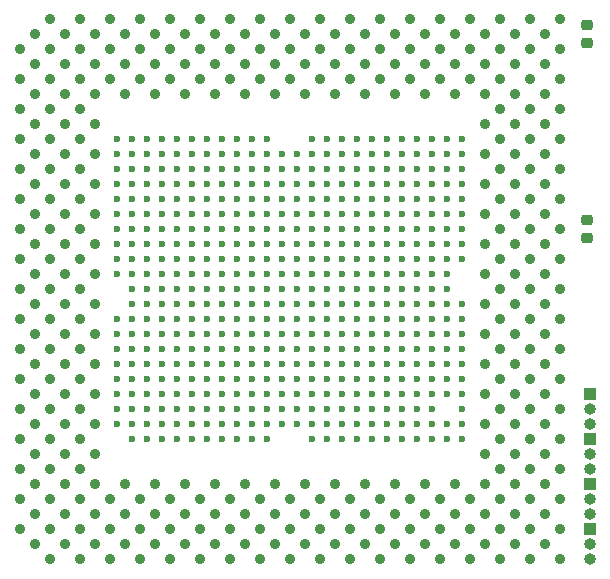
<source format=gbr>
%TF.GenerationSoftware,KiCad,Pcbnew,8.0.2*%
%TF.CreationDate,2024-05-13T17:43:01+03:00*%
%TF.ProjectId,MobileAdapter,4d6f6269-6c65-4416-9461-707465722e6b,rev?*%
%TF.SameCoordinates,Original*%
%TF.FileFunction,Soldermask,Top*%
%TF.FilePolarity,Negative*%
%FSLAX46Y46*%
G04 Gerber Fmt 4.6, Leading zero omitted, Abs format (unit mm)*
G04 Created by KiCad (PCBNEW 8.0.2) date 2024-05-13 17:43:01*
%MOMM*%
%LPD*%
G01*
G04 APERTURE LIST*
G04 Aperture macros list*
%AMRoundRect*
0 Rectangle with rounded corners*
0 $1 Rounding radius*
0 $2 $3 $4 $5 $6 $7 $8 $9 X,Y pos of 4 corners*
0 Add a 4 corners polygon primitive as box body*
4,1,4,$2,$3,$4,$5,$6,$7,$8,$9,$2,$3,0*
0 Add four circle primitives for the rounded corners*
1,1,$1+$1,$2,$3*
1,1,$1+$1,$4,$5*
1,1,$1+$1,$6,$7*
1,1,$1+$1,$8,$9*
0 Add four rect primitives between the rounded corners*
20,1,$1+$1,$2,$3,$4,$5,0*
20,1,$1+$1,$4,$5,$6,$7,0*
20,1,$1+$1,$6,$7,$8,$9,0*
20,1,$1+$1,$8,$9,$2,$3,0*%
G04 Aperture macros list end*
%ADD10RoundRect,0.225000X0.250000X-0.225000X0.250000X0.225000X-0.250000X0.225000X-0.250000X-0.225000X0*%
%ADD11RoundRect,0.225000X-0.250000X0.225000X-0.250000X-0.225000X0.250000X-0.225000X0.250000X0.225000X0*%
%ADD12R,1.000000X1.000000*%
%ADD13O,1.000000X1.000000*%
%ADD14C,0.900000*%
%ADD15C,0.600000*%
G04 APERTURE END LIST*
D10*
%TO.C,R12*%
X138176000Y-69075000D03*
X138176000Y-70625000D03*
%TD*%
D11*
%TO.C,R1*%
X138176000Y-87135000D03*
X138176000Y-85585000D03*
%TD*%
D12*
%TO.C,J4*%
X138430000Y-100330000D03*
D13*
X138430000Y-101600000D03*
X138430000Y-102870000D03*
%TD*%
D12*
%TO.C,J2*%
X138430000Y-107950000D03*
D13*
X138430000Y-109220000D03*
X138430000Y-110490000D03*
%TD*%
D12*
%TO.C,J1*%
X138430000Y-111760000D03*
D13*
X138430000Y-113030000D03*
X138430000Y-114300000D03*
%TD*%
D12*
%TO.C,J3*%
X138430000Y-104140000D03*
D13*
X138430000Y-105410000D03*
X138430000Y-106680000D03*
%TD*%
D14*
%TO.C,PGA1*%
X99060000Y-110490000D03*
X104140000Y-107950000D03*
X99060000Y-107950000D03*
X100330000Y-114300000D03*
X107950000Y-111760000D03*
X101600000Y-107950000D03*
X100330000Y-111760000D03*
X96520000Y-107950000D03*
X101600000Y-110490000D03*
X95250000Y-114300000D03*
X97790000Y-111760000D03*
X106680000Y-110490000D03*
X95250000Y-111760000D03*
X97790000Y-114300000D03*
X90170000Y-104140000D03*
X96520000Y-97790000D03*
X92710000Y-106680000D03*
X92710000Y-101600000D03*
X130810000Y-104140000D03*
X90170000Y-109220000D03*
X92710000Y-104140000D03*
X96520000Y-100330000D03*
X93980000Y-100330000D03*
X96520000Y-105410000D03*
X92710000Y-96520000D03*
X90170000Y-99060000D03*
X96520000Y-110490000D03*
X93980000Y-97790000D03*
X92710000Y-99060000D03*
X93980000Y-102870000D03*
X96520000Y-95250000D03*
X90170000Y-101600000D03*
X92710000Y-93980000D03*
X93980000Y-105410000D03*
X128270000Y-114300000D03*
X119380000Y-110490000D03*
X102870000Y-111760000D03*
X105410000Y-114300000D03*
X135890000Y-93980000D03*
X93980000Y-92710000D03*
X134620000Y-69850000D03*
X106680000Y-107950000D03*
X130810000Y-76200000D03*
X135890000Y-73660000D03*
X133350000Y-71120000D03*
X133350000Y-73660000D03*
X110490000Y-114300000D03*
X125730000Y-114300000D03*
X91440000Y-95250000D03*
X130810000Y-109220000D03*
X128270000Y-109220000D03*
X130810000Y-96520000D03*
X135890000Y-71120000D03*
X90170000Y-93980000D03*
X93980000Y-90170000D03*
X90170000Y-83820000D03*
X96520000Y-82550000D03*
X90170000Y-91440000D03*
X92710000Y-88900000D03*
X96520000Y-90170000D03*
X90170000Y-78740000D03*
X90170000Y-88900000D03*
X96520000Y-85090000D03*
X92710000Y-86360000D03*
X93980000Y-82550000D03*
X90170000Y-86360000D03*
X90170000Y-81280000D03*
X92710000Y-83820000D03*
X92710000Y-91440000D03*
X93980000Y-77470000D03*
X93980000Y-87630000D03*
X93980000Y-85090000D03*
X96520000Y-77470000D03*
X92710000Y-81280000D03*
X90170000Y-76200000D03*
X99060000Y-74930000D03*
X92710000Y-76200000D03*
X96520000Y-80010000D03*
X92710000Y-73660000D03*
X90170000Y-73660000D03*
X104140000Y-74930000D03*
X95250000Y-68580000D03*
X92710000Y-68580000D03*
X92710000Y-78740000D03*
X95250000Y-71120000D03*
X96520000Y-74930000D03*
X90170000Y-71120000D03*
X97790000Y-71120000D03*
X91440000Y-69850000D03*
X100330000Y-71120000D03*
X100330000Y-68580000D03*
X99060000Y-72390000D03*
X101600000Y-72390000D03*
X107950000Y-71120000D03*
X106680000Y-72390000D03*
X104140000Y-72390000D03*
X97790000Y-68580000D03*
X102870000Y-68580000D03*
X102870000Y-71120000D03*
X115570000Y-68580000D03*
X107950000Y-68580000D03*
X110490000Y-68580000D03*
X105410000Y-71120000D03*
X120650000Y-71120000D03*
X105410000Y-68580000D03*
X109220000Y-72390000D03*
X118110000Y-68580000D03*
X115570000Y-71120000D03*
X113030000Y-71120000D03*
X123190000Y-71120000D03*
X113030000Y-68580000D03*
X118110000Y-71120000D03*
X110490000Y-71120000D03*
X120650000Y-68580000D03*
X123190000Y-68580000D03*
X120650000Y-73660000D03*
X109220000Y-74930000D03*
X123190000Y-111760000D03*
X113030000Y-114300000D03*
X130810000Y-71120000D03*
X128270000Y-71120000D03*
X130810000Y-68580000D03*
X128270000Y-68580000D03*
X128270000Y-73660000D03*
X125730000Y-71120000D03*
X125730000Y-73660000D03*
X125730000Y-68580000D03*
X123190000Y-114300000D03*
X90170000Y-106680000D03*
X133350000Y-101600000D03*
X135890000Y-104140000D03*
X120650000Y-111760000D03*
X118110000Y-111760000D03*
X133350000Y-104140000D03*
X135890000Y-106680000D03*
X130810000Y-106680000D03*
X134620000Y-82550000D03*
X135890000Y-81280000D03*
X114300000Y-110490000D03*
X130810000Y-78740000D03*
X133350000Y-78740000D03*
X133350000Y-81280000D03*
X130810000Y-93980000D03*
X130810000Y-91440000D03*
X133350000Y-68580000D03*
X135890000Y-78740000D03*
X121920000Y-110490000D03*
X111760000Y-110490000D03*
X109220000Y-107950000D03*
X111760000Y-107950000D03*
X113030000Y-111760000D03*
X110490000Y-111760000D03*
X93980000Y-107950000D03*
X93980000Y-95250000D03*
X118110000Y-114300000D03*
X121920000Y-107950000D03*
X116840000Y-107950000D03*
X124460000Y-110490000D03*
X135890000Y-101600000D03*
X90170000Y-96520000D03*
X91440000Y-87630000D03*
X91440000Y-113030000D03*
X101600000Y-74930000D03*
X115570000Y-73660000D03*
X127000000Y-110490000D03*
X130810000Y-81280000D03*
X130810000Y-83820000D03*
X130810000Y-86360000D03*
X132080000Y-95250000D03*
X133350000Y-83820000D03*
X133350000Y-86360000D03*
X133350000Y-93980000D03*
X135890000Y-76200000D03*
X135890000Y-83820000D03*
X135890000Y-86360000D03*
X133350000Y-88900000D03*
X123190000Y-73660000D03*
X127000000Y-107950000D03*
X133350000Y-109220000D03*
X133350000Y-106680000D03*
X130810000Y-111760000D03*
X133350000Y-114300000D03*
X135890000Y-114300000D03*
X125730000Y-111760000D03*
X128270000Y-111760000D03*
X124460000Y-107950000D03*
X129540000Y-110490000D03*
X120650000Y-114300000D03*
X130810000Y-114300000D03*
X91440000Y-74930000D03*
X91440000Y-80010000D03*
X91440000Y-85090000D03*
X91440000Y-90170000D03*
X91440000Y-100330000D03*
X91440000Y-105410000D03*
X91440000Y-110490000D03*
X92710000Y-71120000D03*
X93980000Y-74930000D03*
X93980000Y-113030000D03*
X95250000Y-73660000D03*
X95250000Y-78740000D03*
X95250000Y-83820000D03*
X95250000Y-88900000D03*
X95250000Y-93980000D03*
X95250000Y-99060000D03*
X95250000Y-104140000D03*
X95250000Y-109220000D03*
X96520000Y-69850000D03*
X96520000Y-72390000D03*
X99060000Y-113030000D03*
X100330000Y-73660000D03*
X100330000Y-109220000D03*
X101600000Y-69850000D03*
X104140000Y-113030000D03*
X105410000Y-73660000D03*
X105410000Y-109220000D03*
X106680000Y-69850000D03*
X106680000Y-74930000D03*
X109220000Y-113030000D03*
X110490000Y-73660000D03*
X110490000Y-109220000D03*
X111760000Y-69850000D03*
X114300000Y-72390000D03*
X114300000Y-113030000D03*
X115570000Y-109220000D03*
X116840000Y-69850000D03*
X116840000Y-74930000D03*
X119380000Y-72390000D03*
X119380000Y-107950000D03*
X119380000Y-113030000D03*
X120650000Y-109220000D03*
X121920000Y-69850000D03*
X121920000Y-74930000D03*
X124460000Y-72390000D03*
X124460000Y-113030000D03*
X125730000Y-109220000D03*
X127000000Y-69850000D03*
X127000000Y-74930000D03*
X129540000Y-72390000D03*
X129540000Y-77470000D03*
X129540000Y-80010000D03*
X129540000Y-82550000D03*
X129540000Y-87630000D03*
X129540000Y-92710000D03*
X129540000Y-97790000D03*
X129540000Y-102870000D03*
X129540000Y-107950000D03*
X129540000Y-113030000D03*
X132080000Y-69850000D03*
X132080000Y-74930000D03*
X132080000Y-80010000D03*
X132080000Y-85090000D03*
X132080000Y-90170000D03*
X132080000Y-100330000D03*
X132080000Y-105410000D03*
X132080000Y-110490000D03*
X133350000Y-96520000D03*
X134620000Y-72390000D03*
X134620000Y-77470000D03*
X134620000Y-87630000D03*
X134620000Y-92710000D03*
X134620000Y-107950000D03*
X135890000Y-99060000D03*
X134620000Y-102870000D03*
X134620000Y-97790000D03*
X134620000Y-100330000D03*
X133350000Y-111760000D03*
X134620000Y-113030000D03*
X135890000Y-111760000D03*
X135890000Y-109220000D03*
X130810000Y-73660000D03*
X111760000Y-74930000D03*
X93980000Y-80010000D03*
X96520000Y-87630000D03*
X96520000Y-92710000D03*
X96520000Y-102870000D03*
X104140000Y-110490000D03*
X116840000Y-110490000D03*
X90170000Y-111760000D03*
X91440000Y-72390000D03*
X91440000Y-77470000D03*
X91440000Y-82550000D03*
X91440000Y-92710000D03*
X91440000Y-97790000D03*
X91440000Y-102870000D03*
X91440000Y-107950000D03*
X92710000Y-109220000D03*
X92710000Y-111760000D03*
X92710000Y-114300000D03*
X93980000Y-69850000D03*
X93980000Y-72390000D03*
X93980000Y-110490000D03*
X95250000Y-76200000D03*
X95250000Y-81280000D03*
X95250000Y-86360000D03*
X95250000Y-91440000D03*
X95250000Y-96520000D03*
X95250000Y-101600000D03*
X95250000Y-106680000D03*
X96520000Y-113030000D03*
X97790000Y-73660000D03*
X97790000Y-109220000D03*
X99060000Y-69850000D03*
X101600000Y-113030000D03*
X102870000Y-73660000D03*
X102870000Y-109220000D03*
X104140000Y-69850000D03*
X106680000Y-113030000D03*
X107950000Y-73660000D03*
X107950000Y-109220000D03*
X109220000Y-69850000D03*
X111760000Y-72390000D03*
X111760000Y-113030000D03*
X113030000Y-73660000D03*
X113030000Y-109220000D03*
X114300000Y-69850000D03*
X114300000Y-74930000D03*
X116840000Y-72390000D03*
X116840000Y-113030000D03*
X118110000Y-109220000D03*
X119380000Y-69850000D03*
X119380000Y-74930000D03*
X121920000Y-72390000D03*
X121920000Y-113030000D03*
X123190000Y-109220000D03*
X124460000Y-69850000D03*
X124460000Y-74930000D03*
X127000000Y-72390000D03*
X127000000Y-113030000D03*
X129540000Y-69850000D03*
X129540000Y-74930000D03*
X129540000Y-85090000D03*
X129540000Y-90170000D03*
X129540000Y-95250000D03*
X129540000Y-100330000D03*
X129540000Y-105410000D03*
X130810000Y-101600000D03*
X132080000Y-72390000D03*
X132080000Y-77470000D03*
X132080000Y-82550000D03*
X132080000Y-87630000D03*
X132080000Y-92710000D03*
X132080000Y-97790000D03*
X132080000Y-102870000D03*
X132080000Y-107950000D03*
X132080000Y-113030000D03*
X134620000Y-74930000D03*
X134620000Y-80010000D03*
X134620000Y-85090000D03*
X134620000Y-90170000D03*
X134620000Y-95250000D03*
X134620000Y-105410000D03*
X134620000Y-110490000D03*
X135890000Y-68580000D03*
X135890000Y-96520000D03*
X102870000Y-114300000D03*
X105410000Y-111760000D03*
X107950000Y-114300000D03*
X109220000Y-110490000D03*
X114300000Y-107950000D03*
X115570000Y-111760000D03*
X115570000Y-114300000D03*
X118110000Y-73660000D03*
X130810000Y-88900000D03*
X130810000Y-99060000D03*
X133350000Y-76200000D03*
X133350000Y-91440000D03*
X133350000Y-99060000D03*
X135890000Y-88900000D03*
X135890000Y-91440000D03*
%TD*%
D15*
%TO.C,micro-PGA1*%
X111125000Y-101600000D03*
X109855000Y-101600000D03*
X108585000Y-102870000D03*
X111125000Y-100330000D03*
X111125000Y-104140000D03*
X109855000Y-99060000D03*
X109855000Y-104140000D03*
X108585000Y-104140000D03*
X108585000Y-101600000D03*
X109855000Y-100330000D03*
X106045000Y-104140000D03*
X107315000Y-104140000D03*
X103505000Y-100330000D03*
X104775000Y-104140000D03*
X104775000Y-100330000D03*
X104775000Y-102870000D03*
X103505000Y-104140000D03*
X100965000Y-100330000D03*
X127635000Y-92710000D03*
X102235000Y-101600000D03*
X102235000Y-104140000D03*
X103505000Y-102870000D03*
X102235000Y-99060000D03*
X102235000Y-100330000D03*
X100965000Y-101600000D03*
X100965000Y-104140000D03*
X99695000Y-101600000D03*
X98425000Y-101600000D03*
X99695000Y-102870000D03*
X100965000Y-102870000D03*
X98425000Y-100330000D03*
X98425000Y-99060000D03*
X99695000Y-100330000D03*
X100965000Y-99060000D03*
X125095000Y-102870000D03*
X123825000Y-104140000D03*
X125095000Y-104140000D03*
X122555000Y-102870000D03*
X112395000Y-101600000D03*
X103505000Y-97790000D03*
X120015000Y-78740000D03*
X117475000Y-100330000D03*
X123825000Y-78740000D03*
X122555000Y-78740000D03*
X121285000Y-78740000D03*
X121285000Y-81280000D03*
X118745000Y-100330000D03*
X100965000Y-97790000D03*
X123825000Y-90170000D03*
X125095000Y-86360000D03*
X114935000Y-102870000D03*
X123825000Y-93980000D03*
X127635000Y-82550000D03*
X102235000Y-92710000D03*
X102235000Y-91440000D03*
X100965000Y-96520000D03*
X100965000Y-95250000D03*
X99695000Y-93980000D03*
X98425000Y-93980000D03*
X100965000Y-92710000D03*
X99695000Y-91440000D03*
X100965000Y-90170000D03*
X99695000Y-88900000D03*
X98425000Y-87630000D03*
X99695000Y-90170000D03*
X103505000Y-90170000D03*
X99695000Y-85090000D03*
X98425000Y-88900000D03*
X102235000Y-88900000D03*
X102235000Y-86360000D03*
X102235000Y-90170000D03*
X99695000Y-87630000D03*
X103505000Y-87630000D03*
X100965000Y-88900000D03*
X98425000Y-81280000D03*
X99695000Y-83820000D03*
X98425000Y-82550000D03*
X100965000Y-83820000D03*
X102235000Y-83820000D03*
X100965000Y-82550000D03*
X99695000Y-81280000D03*
X102235000Y-82550000D03*
X99695000Y-80010000D03*
X98425000Y-80010000D03*
X99695000Y-78740000D03*
X102235000Y-81280000D03*
X100965000Y-78740000D03*
X103505000Y-82550000D03*
X100965000Y-80010000D03*
X104775000Y-81280000D03*
X102235000Y-80010000D03*
X102235000Y-78740000D03*
X107315000Y-82550000D03*
X104775000Y-82550000D03*
X108585000Y-82550000D03*
X104775000Y-78740000D03*
X103505000Y-80010000D03*
X107315000Y-81280000D03*
X103505000Y-78740000D03*
X108585000Y-80010000D03*
X107315000Y-78740000D03*
X111125000Y-82550000D03*
X106045000Y-80010000D03*
X114935000Y-82550000D03*
X106045000Y-78740000D03*
X109855000Y-82550000D03*
X109855000Y-78740000D03*
X112395000Y-82550000D03*
X111125000Y-78740000D03*
X116205000Y-81280000D03*
X109855000Y-81280000D03*
X117475000Y-80010000D03*
X108585000Y-78740000D03*
X111125000Y-80010000D03*
X112395000Y-81280000D03*
X118745000Y-82550000D03*
X116205000Y-82550000D03*
X123825000Y-101600000D03*
X118745000Y-101600000D03*
X120015000Y-80010000D03*
X117475000Y-78740000D03*
X118745000Y-78740000D03*
X116205000Y-78740000D03*
X120015000Y-82550000D03*
X114935000Y-78740000D03*
X114935000Y-80010000D03*
X118745000Y-81280000D03*
X117475000Y-104140000D03*
X123825000Y-85090000D03*
X126365000Y-90170000D03*
X126365000Y-93980000D03*
X116205000Y-102870000D03*
X120015000Y-104140000D03*
X122555000Y-100330000D03*
X127635000Y-93980000D03*
X126365000Y-88900000D03*
X123825000Y-92710000D03*
X125095000Y-82550000D03*
X126365000Y-81280000D03*
X116205000Y-104140000D03*
X106045000Y-102870000D03*
X107315000Y-101600000D03*
X114935000Y-101600000D03*
X112395000Y-100330000D03*
X114935000Y-100330000D03*
X106045000Y-99060000D03*
X107315000Y-99060000D03*
X108585000Y-99060000D03*
X112395000Y-99060000D03*
X123825000Y-99060000D03*
X102235000Y-95250000D03*
X100965000Y-87630000D03*
X102235000Y-87630000D03*
X98425000Y-86360000D03*
X103505000Y-86360000D03*
X127635000Y-86360000D03*
X98425000Y-85090000D03*
X102235000Y-85090000D03*
X98425000Y-83820000D03*
X126365000Y-83820000D03*
X106045000Y-82550000D03*
X123825000Y-81280000D03*
X126365000Y-80010000D03*
X123825000Y-82550000D03*
X125095000Y-78740000D03*
X122555000Y-80010000D03*
X111125000Y-102870000D03*
X112395000Y-102870000D03*
X121285000Y-80010000D03*
X125095000Y-80010000D03*
X120015000Y-99060000D03*
X117475000Y-102870000D03*
X120015000Y-100330000D03*
X120015000Y-102870000D03*
X121285000Y-101600000D03*
X121285000Y-99060000D03*
X98425000Y-97790000D03*
X121285000Y-102870000D03*
X118745000Y-104140000D03*
X123825000Y-102870000D03*
X121285000Y-104140000D03*
X122555000Y-104140000D03*
X125095000Y-81280000D03*
X127635000Y-81280000D03*
X125095000Y-90170000D03*
X125095000Y-92710000D03*
X126365000Y-91440000D03*
X123825000Y-91440000D03*
X127635000Y-88900000D03*
X126365000Y-86360000D03*
X127635000Y-83820000D03*
X122555000Y-99060000D03*
X113665000Y-99060000D03*
X106045000Y-100330000D03*
X107315000Y-100330000D03*
X123825000Y-83820000D03*
X127635000Y-80010000D03*
X123825000Y-86360000D03*
X125095000Y-85090000D03*
X127635000Y-87630000D03*
X118745000Y-102870000D03*
X123825000Y-87630000D03*
X108585000Y-96520000D03*
X111125000Y-96520000D03*
X113665000Y-96520000D03*
X116205000Y-96520000D03*
X118745000Y-96520000D03*
X107315000Y-95250000D03*
X109855000Y-95250000D03*
X112395000Y-95250000D03*
X114935000Y-95250000D03*
X117475000Y-95250000D03*
X108585000Y-93980000D03*
X111125000Y-93980000D03*
X113665000Y-93980000D03*
X116205000Y-93980000D03*
X118745000Y-93980000D03*
X107315000Y-92710000D03*
X109855000Y-92710000D03*
X112395000Y-92710000D03*
X114935000Y-92710000D03*
X117475000Y-92710000D03*
X108585000Y-91440000D03*
X111125000Y-91440000D03*
X113665000Y-91440000D03*
X116205000Y-91440000D03*
X118745000Y-91440000D03*
X107315000Y-90170000D03*
X109855000Y-90170000D03*
X112395000Y-90170000D03*
X114935000Y-90170000D03*
X117475000Y-90170000D03*
X108585000Y-88900000D03*
X111125000Y-88900000D03*
X113665000Y-88900000D03*
X116205000Y-88900000D03*
X118745000Y-88900000D03*
X107315000Y-87630000D03*
X109855000Y-87630000D03*
X112395000Y-87630000D03*
X114935000Y-87630000D03*
X117475000Y-87630000D03*
X108585000Y-86360000D03*
X111125000Y-86360000D03*
X113665000Y-86360000D03*
X116205000Y-86360000D03*
X118745000Y-86360000D03*
X107315000Y-85090000D03*
X109855000Y-85090000D03*
X112395000Y-85090000D03*
X114935000Y-85090000D03*
X117475000Y-85090000D03*
X114935000Y-104140000D03*
X106045000Y-97790000D03*
X107315000Y-97790000D03*
X108585000Y-97790000D03*
X109855000Y-97790000D03*
X111125000Y-97790000D03*
X112395000Y-97790000D03*
X113665000Y-97790000D03*
X114935000Y-97790000D03*
X116205000Y-97790000D03*
X117475000Y-97790000D03*
X118745000Y-97790000D03*
X120015000Y-97790000D03*
X121285000Y-97790000D03*
X122555000Y-97790000D03*
X123825000Y-97790000D03*
X125095000Y-97790000D03*
X126365000Y-97790000D03*
X127635000Y-97790000D03*
X106045000Y-96520000D03*
X120015000Y-96520000D03*
X121285000Y-96520000D03*
X122555000Y-96520000D03*
X123825000Y-96520000D03*
X125095000Y-96520000D03*
X126365000Y-96520000D03*
X127635000Y-96520000D03*
X106045000Y-95250000D03*
X120015000Y-95250000D03*
X121285000Y-95250000D03*
X122555000Y-95250000D03*
X123825000Y-95250000D03*
X125095000Y-95250000D03*
X126365000Y-95250000D03*
X127635000Y-95250000D03*
X106045000Y-93980000D03*
X120015000Y-93980000D03*
X121285000Y-93980000D03*
X106045000Y-92710000D03*
X120015000Y-92710000D03*
X121285000Y-92710000D03*
X106045000Y-91440000D03*
X120015000Y-91440000D03*
X121285000Y-91440000D03*
X106045000Y-90170000D03*
X120015000Y-90170000D03*
X121285000Y-90170000D03*
X106045000Y-88900000D03*
X120015000Y-88900000D03*
X121285000Y-88900000D03*
X106045000Y-87630000D03*
X120015000Y-87630000D03*
X121285000Y-87630000D03*
X106045000Y-86360000D03*
X120015000Y-86360000D03*
X121285000Y-86360000D03*
X106045000Y-85090000D03*
X120015000Y-85090000D03*
X121285000Y-85090000D03*
X106045000Y-83820000D03*
X107315000Y-83820000D03*
X108585000Y-83820000D03*
X109855000Y-83820000D03*
X111125000Y-83820000D03*
X112395000Y-83820000D03*
X113665000Y-83820000D03*
X114935000Y-83820000D03*
X116205000Y-83820000D03*
X117475000Y-83820000D03*
X118745000Y-83820000D03*
X120015000Y-83820000D03*
X121285000Y-83820000D03*
X127635000Y-102870000D03*
X127635000Y-101600000D03*
X127635000Y-100330000D03*
X126365000Y-100330000D03*
X125095000Y-100330000D03*
X103505000Y-99060000D03*
X104775000Y-99060000D03*
X103505000Y-85090000D03*
X103505000Y-83820000D03*
X104775000Y-83820000D03*
X122555000Y-83820000D03*
X122555000Y-82550000D03*
X99695000Y-104140000D03*
X126365000Y-104140000D03*
X127635000Y-104140000D03*
X98425000Y-102870000D03*
X102235000Y-102870000D03*
X107315000Y-102870000D03*
X109855000Y-102870000D03*
X113665000Y-102870000D03*
X126365000Y-102870000D03*
X103505000Y-101600000D03*
X104775000Y-101600000D03*
X106045000Y-101600000D03*
X113665000Y-101600000D03*
X116205000Y-101600000D03*
X117475000Y-101600000D03*
X120015000Y-101600000D03*
X122555000Y-101600000D03*
X125095000Y-101600000D03*
X108585000Y-100330000D03*
X113665000Y-100330000D03*
X116205000Y-100330000D03*
X121285000Y-100330000D03*
X123825000Y-100330000D03*
X99695000Y-99060000D03*
X111125000Y-99060000D03*
X114935000Y-99060000D03*
X116205000Y-99060000D03*
X117475000Y-99060000D03*
X118745000Y-99060000D03*
X125095000Y-99060000D03*
X126365000Y-99060000D03*
X127635000Y-99060000D03*
X99695000Y-97790000D03*
X102235000Y-97790000D03*
X104775000Y-97790000D03*
X98425000Y-96520000D03*
X99695000Y-96520000D03*
X102235000Y-96520000D03*
X103505000Y-96520000D03*
X104775000Y-96520000D03*
X107315000Y-96520000D03*
X109855000Y-96520000D03*
X112395000Y-96520000D03*
X114935000Y-96520000D03*
X117475000Y-96520000D03*
X98425000Y-95250000D03*
X99695000Y-95250000D03*
X103505000Y-95250000D03*
X104775000Y-95250000D03*
X108585000Y-95250000D03*
X111125000Y-95250000D03*
X113665000Y-95250000D03*
X116205000Y-95250000D03*
X118745000Y-95250000D03*
X100965000Y-93980000D03*
X102235000Y-93980000D03*
X103505000Y-93980000D03*
X104775000Y-93980000D03*
X107315000Y-93980000D03*
X109855000Y-93980000D03*
X112395000Y-93980000D03*
X114935000Y-93980000D03*
X117475000Y-93980000D03*
X122555000Y-93980000D03*
X125095000Y-93980000D03*
X99695000Y-92710000D03*
X103505000Y-92710000D03*
X104775000Y-92710000D03*
X108585000Y-92710000D03*
X111125000Y-92710000D03*
X113665000Y-92710000D03*
X116205000Y-92710000D03*
X118745000Y-92710000D03*
X122555000Y-92710000D03*
X126365000Y-92710000D03*
X100965000Y-91440000D03*
X103505000Y-91440000D03*
X104775000Y-91440000D03*
X107315000Y-91440000D03*
X109855000Y-91440000D03*
X112395000Y-91440000D03*
X114935000Y-91440000D03*
X117475000Y-91440000D03*
X122555000Y-91440000D03*
X125095000Y-91440000D03*
X98425000Y-90170000D03*
X104775000Y-90170000D03*
X108585000Y-90170000D03*
X111125000Y-90170000D03*
X113665000Y-90170000D03*
X116205000Y-90170000D03*
X118745000Y-90170000D03*
X122555000Y-90170000D03*
X103505000Y-88900000D03*
X104775000Y-88900000D03*
X107315000Y-88900000D03*
X109855000Y-88900000D03*
X112395000Y-88900000D03*
X114935000Y-88900000D03*
X117475000Y-88900000D03*
X122555000Y-88900000D03*
X123825000Y-88900000D03*
X125095000Y-88900000D03*
X104775000Y-87630000D03*
X108585000Y-87630000D03*
X111125000Y-87630000D03*
X113665000Y-87630000D03*
X116205000Y-87630000D03*
X118745000Y-87630000D03*
X122555000Y-87630000D03*
X125095000Y-87630000D03*
X126365000Y-87630000D03*
X99695000Y-86360000D03*
X100965000Y-86360000D03*
X104775000Y-86360000D03*
X107315000Y-86360000D03*
X109855000Y-86360000D03*
X112395000Y-86360000D03*
X114935000Y-86360000D03*
X117475000Y-86360000D03*
X122555000Y-86360000D03*
X100965000Y-85090000D03*
X104775000Y-85090000D03*
X108585000Y-85090000D03*
X111125000Y-85090000D03*
X113665000Y-85090000D03*
X116205000Y-85090000D03*
X118745000Y-85090000D03*
X122555000Y-85090000D03*
X126365000Y-85090000D03*
X127635000Y-85090000D03*
X125095000Y-83820000D03*
X99695000Y-82550000D03*
X113665000Y-82550000D03*
X117475000Y-82550000D03*
X121285000Y-82550000D03*
X126365000Y-82550000D03*
X100965000Y-81280000D03*
X103505000Y-81280000D03*
X106045000Y-81280000D03*
X108585000Y-81280000D03*
X111125000Y-81280000D03*
X113665000Y-81280000D03*
X114935000Y-81280000D03*
X117475000Y-81280000D03*
X120015000Y-81280000D03*
X122555000Y-81280000D03*
X104775000Y-80010000D03*
X107315000Y-80010000D03*
X109855000Y-80010000D03*
X112395000Y-80010000D03*
X113665000Y-80010000D03*
X116205000Y-80010000D03*
X118745000Y-80010000D03*
X123825000Y-80010000D03*
X98425000Y-78740000D03*
X126365000Y-78740000D03*
X127635000Y-78740000D03*
%TD*%
M02*

</source>
